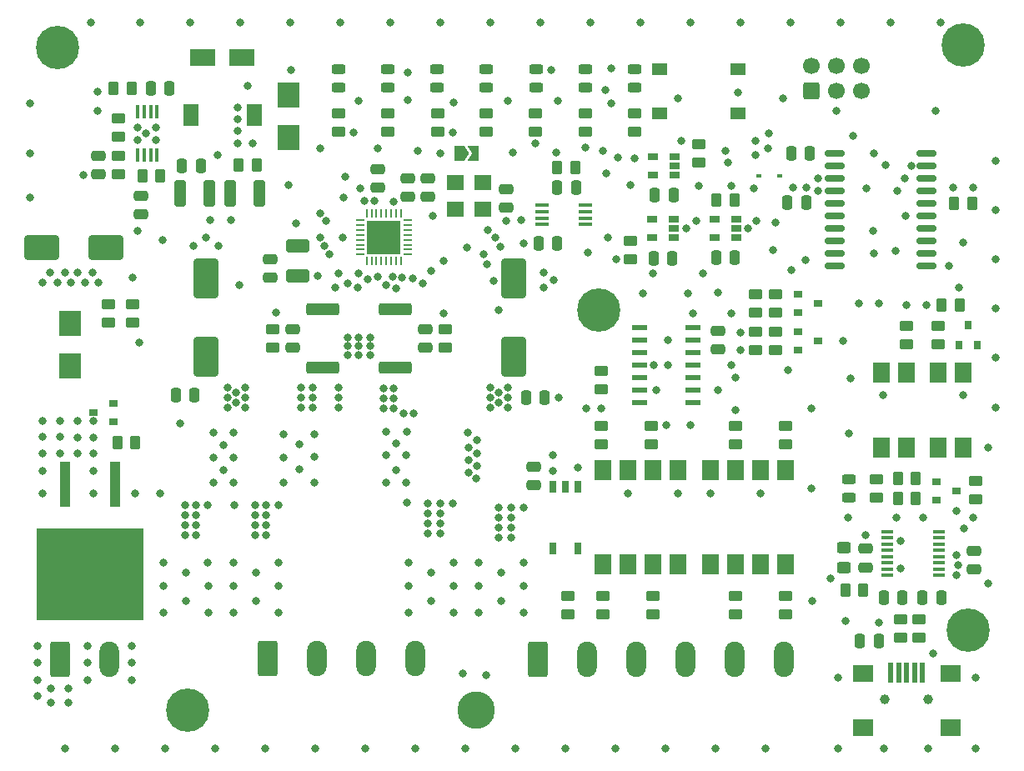
<source format=gbr>
%TF.GenerationSoftware,KiCad,Pcbnew,(6.0.4)*%
%TF.CreationDate,2022-07-31T14:49:55+02:00*%
%TF.ProjectId,HPDriver,48504472-6976-4657-922e-6b696361645f,1.0*%
%TF.SameCoordinates,Original*%
%TF.FileFunction,Soldermask,Top*%
%TF.FilePolarity,Negative*%
%FSLAX46Y46*%
G04 Gerber Fmt 4.6, Leading zero omitted, Abs format (unit mm)*
G04 Created by KiCad (PCBNEW (6.0.4)) date 2022-07-31 14:49:55*
%MOMM*%
%LPD*%
G01*
G04 APERTURE LIST*
G04 Aperture macros list*
%AMRoundRect*
0 Rectangle with rounded corners*
0 $1 Rounding radius*
0 $2 $3 $4 $5 $6 $7 $8 $9 X,Y pos of 4 corners*
0 Add a 4 corners polygon primitive as box body*
4,1,4,$2,$3,$4,$5,$6,$7,$8,$9,$2,$3,0*
0 Add four circle primitives for the rounded corners*
1,1,$1+$1,$2,$3*
1,1,$1+$1,$4,$5*
1,1,$1+$1,$6,$7*
1,1,$1+$1,$8,$9*
0 Add four rect primitives between the rounded corners*
20,1,$1+$1,$2,$3,$4,$5,0*
20,1,$1+$1,$4,$5,$6,$7,0*
20,1,$1+$1,$6,$7,$8,$9,0*
20,1,$1+$1,$8,$9,$2,$3,0*%
%AMFreePoly0*
4,1,6,1.000000,0.000000,0.500000,-0.750000,-0.500000,-0.750000,-0.500000,0.750000,0.500000,0.750000,1.000000,0.000000,1.000000,0.000000,$1*%
%AMFreePoly1*
4,1,6,0.500000,-0.750000,-0.650000,-0.750000,-0.150000,0.000000,-0.650000,0.750000,0.500000,0.750000,0.500000,-0.750000,0.500000,-0.750000,$1*%
G04 Aperture macros list end*
%ADD10RoundRect,0.250000X-0.325000X-1.100000X0.325000X-1.100000X0.325000X1.100000X-0.325000X1.100000X0*%
%ADD11RoundRect,0.250000X0.325000X1.100000X-0.325000X1.100000X-0.325000X-1.100000X0.325000X-1.100000X0*%
%ADD12RoundRect,0.250000X0.925000X-0.412500X0.925000X0.412500X-0.925000X0.412500X-0.925000X-0.412500X0*%
%ADD13RoundRect,0.250000X1.000000X-1.750000X1.000000X1.750000X-1.000000X1.750000X-1.000000X-1.750000X0*%
%ADD14RoundRect,0.250000X1.500000X1.000000X-1.500000X1.000000X-1.500000X-1.000000X1.500000X-1.000000X0*%
%ADD15RoundRect,0.249999X-0.450001X0.325001X-0.450001X-0.325001X0.450001X-0.325001X0.450001X0.325001X0*%
%ADD16RoundRect,0.250000X0.475000X-0.250000X0.475000X0.250000X-0.475000X0.250000X-0.475000X-0.250000X0*%
%ADD17RoundRect,0.250000X-0.475000X0.250000X-0.475000X-0.250000X0.475000X-0.250000X0.475000X0.250000X0*%
%ADD18RoundRect,0.250000X0.250000X0.475000X-0.250000X0.475000X-0.250000X-0.475000X0.250000X-0.475000X0*%
%ADD19RoundRect,0.250000X-0.250000X-0.475000X0.250000X-0.475000X0.250000X0.475000X-0.250000X0.475000X0*%
%ADD20R,2.500000X1.800000*%
%ADD21R,2.300000X2.500000*%
%ADD22RoundRect,0.243750X-0.456250X0.243750X-0.456250X-0.243750X0.456250X-0.243750X0.456250X0.243750X0*%
%ADD23R,0.900000X0.800000*%
%ADD24R,0.600000X0.450000*%
%ADD25RoundRect,0.250000X-0.750000X-1.550000X0.750000X-1.550000X0.750000X1.550000X-0.750000X1.550000X0*%
%ADD26O,2.000000X3.600000*%
%ADD27C,1.000000*%
%ADD28R,0.500000X2.000000*%
%ADD29R,2.000000X1.700000*%
%ADD30R,1.100000X4.600000*%
%ADD31R,10.800000X9.400000*%
%ADD32RoundRect,0.249900X1.425100X-0.362600X1.425100X0.362600X-1.425100X0.362600X-1.425100X-0.362600X0*%
%ADD33RoundRect,0.250000X-0.450000X0.262500X-0.450000X-0.262500X0.450000X-0.262500X0.450000X0.262500X0*%
%ADD34RoundRect,0.250000X-0.262500X-0.450000X0.262500X-0.450000X0.262500X0.450000X-0.262500X0.450000X0*%
%ADD35R,0.450000X1.450000*%
%ADD36RoundRect,0.062500X-0.375000X-0.062500X0.375000X-0.062500X0.375000X0.062500X-0.375000X0.062500X0*%
%ADD37RoundRect,0.062500X-0.062500X-0.375000X0.062500X-0.375000X0.062500X0.375000X-0.062500X0.375000X0*%
%ADD38RoundRect,0.250000X-1.475000X-1.475000X1.475000X-1.475000X1.475000X1.475000X-1.475000X1.475000X0*%
%ADD39R,1.200000X0.400000*%
%ADD40R,1.780000X2.000000*%
%ADD41R,0.800000X1.200000*%
%ADD42R,1.500000X0.600000*%
%ADD43R,1.450000X0.450000*%
%ADD44RoundRect,0.150000X-0.875000X-0.150000X0.875000X-0.150000X0.875000X0.150000X-0.875000X0.150000X0*%
%ADD45R,1.060000X0.650000*%
%ADD46R,0.800000X0.900000*%
%ADD47RoundRect,0.250000X0.450000X-0.262500X0.450000X0.262500X-0.450000X0.262500X-0.450000X-0.262500X0*%
%ADD48RoundRect,0.250000X0.262500X0.450000X-0.262500X0.450000X-0.262500X-0.450000X0.262500X-0.450000X0*%
%ADD49FreePoly0,0.000000*%
%ADD50FreePoly1,0.000000*%
%ADD51R,1.800000X1.540000*%
%ADD52R,1.500000X2.200000*%
%ADD53C,4.400000*%
%ADD54C,3.800000*%
%ADD55RoundRect,0.243750X0.456250X-0.243750X0.456250X0.243750X-0.456250X0.243750X-0.456250X-0.243750X0*%
%ADD56R,1.550000X1.300000*%
%ADD57RoundRect,0.250000X0.600000X-0.600000X0.600000X0.600000X-0.600000X0.600000X-0.600000X-0.600000X0*%
%ADD58C,1.700000*%
%ADD59RoundRect,0.250100X-0.449900X0.262400X-0.449900X-0.262400X0.449900X-0.262400X0.449900X0.262400X0*%
%ADD60C,0.800000*%
G04 APERTURE END LIST*
D10*
X100887000Y-83439000D03*
X103837000Y-83439000D03*
D11*
X108917000Y-83439000D03*
X105967000Y-83439000D03*
D12*
X112776000Y-91834500D03*
X112776000Y-88759500D03*
D13*
X103505000Y-100012000D03*
X103505000Y-92012000D03*
X134747000Y-100012000D03*
X134747000Y-92012000D03*
D14*
X93293000Y-88900000D03*
X86793000Y-88900000D03*
D15*
X168275000Y-119362000D03*
X168275000Y-121412000D03*
D16*
X181483000Y-121600000D03*
X181483000Y-119700000D03*
D17*
X155448000Y-97348000D03*
X155448000Y-99248000D03*
D18*
X164399000Y-84328000D03*
X162499000Y-84328000D03*
D19*
X155260000Y-89916000D03*
X157160000Y-89916000D03*
D20*
X103156000Y-69596000D03*
X107156000Y-69596000D03*
D21*
X111887000Y-77715000D03*
X111887000Y-73415000D03*
D22*
X116967000Y-70817500D03*
X116967000Y-72692500D03*
D23*
X94091000Y-104714000D03*
X92091000Y-105664000D03*
X94091000Y-106614000D03*
D21*
X89662000Y-100956000D03*
X89662000Y-96656000D03*
D22*
X131967000Y-70817500D03*
X131967000Y-72692500D03*
X141967000Y-70817500D03*
X141967000Y-72692500D03*
D24*
X161705000Y-81661000D03*
X159605000Y-81661000D03*
D25*
X88646000Y-130715500D03*
D26*
X93646000Y-130715500D03*
D27*
X176825000Y-134815000D03*
X172425000Y-134815000D03*
D28*
X173025000Y-132115000D03*
X173825000Y-132115000D03*
X174625000Y-132115000D03*
X175425000Y-132115000D03*
X176225000Y-132115000D03*
D29*
X179075000Y-137665000D03*
X170175000Y-132215000D03*
X179075000Y-132215000D03*
X170175000Y-137665000D03*
D25*
X109728000Y-130683000D03*
D26*
X114728000Y-130683000D03*
X119728000Y-130683000D03*
X124728000Y-130683000D03*
D25*
X137160000Y-130715500D03*
D26*
X142160000Y-130715500D03*
X147160000Y-130715500D03*
X152160000Y-130715500D03*
X157160000Y-130715500D03*
X162160000Y-130715500D03*
D23*
X163592000Y-93665000D03*
X163592000Y-95565000D03*
X165592000Y-94615000D03*
D30*
X94234000Y-112970000D03*
D31*
X91694000Y-122120000D03*
D30*
X89154000Y-112970000D03*
D23*
X163592000Y-97475000D03*
X163592000Y-99375000D03*
X165592000Y-98425000D03*
X177689000Y-112715000D03*
X177689000Y-114615000D03*
X179689000Y-113665000D03*
D32*
X115316000Y-101133500D03*
X115316000Y-95208500D03*
X122682000Y-101133500D03*
X122682000Y-95208500D03*
D33*
X143637000Y-101449500D03*
X143637000Y-103274500D03*
D34*
X139159500Y-80772000D03*
X140984500Y-80772000D03*
D35*
X98511000Y-75143000D03*
X97861000Y-75143000D03*
X97211000Y-75143000D03*
X96561000Y-75143000D03*
X96561000Y-79543000D03*
X97211000Y-79543000D03*
X97861000Y-79543000D03*
X98511000Y-79543000D03*
D36*
X119101500Y-86127000D03*
X119101500Y-86627000D03*
X119101500Y-87127000D03*
X119101500Y-87627000D03*
X119101500Y-88127000D03*
X119101500Y-88627000D03*
X119101500Y-89127000D03*
X119101500Y-89627000D03*
D37*
X119789000Y-90314500D03*
X120289000Y-90314500D03*
X120789000Y-90314500D03*
X121289000Y-90314500D03*
X121789000Y-90314500D03*
X122289000Y-90314500D03*
X122789000Y-90314500D03*
X123289000Y-90314500D03*
D36*
X123976500Y-89627000D03*
X123976500Y-89127000D03*
X123976500Y-88627000D03*
X123976500Y-88127000D03*
X123976500Y-87627000D03*
X123976500Y-87127000D03*
X123976500Y-86627000D03*
X123976500Y-86127000D03*
D37*
X123289000Y-85439500D03*
X122789000Y-85439500D03*
X122289000Y-85439500D03*
X121789000Y-85439500D03*
X121289000Y-85439500D03*
X120789000Y-85439500D03*
X120289000Y-85439500D03*
X119789000Y-85439500D03*
D38*
X121539000Y-87877000D03*
D39*
X177860000Y-122237500D03*
X177860000Y-121602500D03*
X177860000Y-120967500D03*
X177860000Y-120332500D03*
X177860000Y-119697500D03*
X177860000Y-119062500D03*
X177860000Y-118427500D03*
X177860000Y-117792500D03*
X172660000Y-117792500D03*
X172660000Y-118427500D03*
X172660000Y-119062500D03*
X172660000Y-119697500D03*
X172660000Y-120332500D03*
X172660000Y-120967500D03*
X172660000Y-121602500D03*
X172660000Y-122237500D03*
D40*
X177800000Y-109220000D03*
X180340000Y-109220000D03*
X180340000Y-101600000D03*
X177800000Y-101600000D03*
X174625000Y-101600000D03*
X172085000Y-101600000D03*
X172085000Y-109220000D03*
X174625000Y-109220000D03*
D41*
X138684000Y-119482000D03*
X141224000Y-119482000D03*
X141224000Y-113182000D03*
X139954000Y-113182000D03*
X138684000Y-113182000D03*
D40*
X143764000Y-121097000D03*
X146304000Y-121097000D03*
X148844000Y-121097000D03*
X151384000Y-121097000D03*
X151384000Y-111567000D03*
X148844000Y-111567000D03*
X146304000Y-111567000D03*
X143764000Y-111567000D03*
X162306000Y-111567000D03*
X159766000Y-111567000D03*
X157226000Y-111567000D03*
X154686000Y-111567000D03*
X154686000Y-121097000D03*
X157226000Y-121097000D03*
X159766000Y-121097000D03*
X162306000Y-121097000D03*
D42*
X147541000Y-97028000D03*
X147541000Y-98298000D03*
X147541000Y-99568000D03*
X147541000Y-100838000D03*
X147541000Y-102108000D03*
X147541000Y-103378000D03*
X147541000Y-104648000D03*
X152941000Y-104648000D03*
X152941000Y-103378000D03*
X152941000Y-102108000D03*
X152941000Y-100838000D03*
X152941000Y-99568000D03*
X152941000Y-98298000D03*
X152941000Y-97028000D03*
D43*
X142027000Y-86573000D03*
X142027000Y-85923000D03*
X142027000Y-85273000D03*
X142027000Y-84623000D03*
X137627000Y-84623000D03*
X137627000Y-85273000D03*
X137627000Y-85923000D03*
X137627000Y-86573000D03*
D44*
X167308000Y-79375000D03*
X167308000Y-80645000D03*
X167308000Y-81915000D03*
X167308000Y-83185000D03*
X167308000Y-84455000D03*
X167308000Y-85725000D03*
X167308000Y-86995000D03*
X167308000Y-88265000D03*
X167308000Y-89535000D03*
X167308000Y-90805000D03*
X176608000Y-90805000D03*
X176608000Y-89535000D03*
X176608000Y-88265000D03*
X176608000Y-86995000D03*
X176608000Y-85725000D03*
X176608000Y-84455000D03*
X176608000Y-83185000D03*
X176608000Y-81915000D03*
X176608000Y-80645000D03*
X176608000Y-79375000D03*
D45*
X151087000Y-81595000D03*
X151087000Y-80645000D03*
X151087000Y-79695000D03*
X148887000Y-79695000D03*
X148887000Y-81595000D03*
X150960000Y-87945000D03*
X150960000Y-86995000D03*
X150960000Y-86045000D03*
X148760000Y-86045000D03*
X148760000Y-87945000D03*
X157310000Y-87945000D03*
X157310000Y-86995000D03*
X157310000Y-86045000D03*
X155110000Y-86045000D03*
X155110000Y-87945000D03*
D46*
X179898000Y-98790000D03*
X181798000Y-98790000D03*
X180848000Y-96790000D03*
D19*
X148910000Y-90043000D03*
X150810000Y-90043000D03*
D33*
X159258000Y-97489000D03*
X159258000Y-99314000D03*
D47*
X136953000Y-77112500D03*
X136953000Y-75287500D03*
X121920000Y-75287500D03*
X121920000Y-77112500D03*
D33*
X173990000Y-128547500D03*
X173990000Y-126722500D03*
D34*
X96289500Y-108712000D03*
X94464500Y-108712000D03*
D47*
X127762000Y-97258500D03*
X127762000Y-99083500D03*
X94615000Y-79605500D03*
X94615000Y-81430500D03*
D48*
X94083500Y-72771000D03*
X95908500Y-72771000D03*
D47*
X94615000Y-75795500D03*
X94615000Y-77620500D03*
X110236000Y-97258500D03*
X110236000Y-99083500D03*
X161290000Y-93702500D03*
X161290000Y-95527500D03*
D34*
X108608500Y-80518000D03*
X106783500Y-80518000D03*
D33*
X175895000Y-128547500D03*
X175895000Y-126722500D03*
D47*
X116967000Y-75287500D03*
X116967000Y-77112500D03*
X146986000Y-75287500D03*
X146986000Y-77112500D03*
D18*
X162880000Y-79375000D03*
X164780000Y-79375000D03*
D16*
X136779000Y-111191000D03*
X136779000Y-113091000D03*
D22*
X146967000Y-72692500D03*
X146967000Y-70817500D03*
D49*
X129196000Y-79375000D03*
D50*
X130646000Y-79375000D03*
D22*
X126967000Y-72692500D03*
X126967000Y-70817500D03*
X121967000Y-72692500D03*
X121967000Y-70817500D03*
D16*
X125730000Y-97221000D03*
X125730000Y-99121000D03*
X112268000Y-97221000D03*
X112268000Y-99121000D03*
D17*
X125984000Y-83754000D03*
X125984000Y-81854000D03*
D16*
X92583000Y-79568000D03*
X92583000Y-81468000D03*
X109982000Y-90109000D03*
X109982000Y-92009000D03*
D18*
X100396000Y-103886000D03*
X102296000Y-103886000D03*
D19*
X178115000Y-124460000D03*
X176215000Y-124460000D03*
X137856000Y-104140000D03*
X135956000Y-104140000D03*
D17*
X170434000Y-121412000D03*
X170434000Y-119512000D03*
D18*
X169865000Y-128905000D03*
X171765000Y-128905000D03*
D16*
X133985000Y-82997000D03*
X133985000Y-84897000D03*
D19*
X101031000Y-80645000D03*
X102931000Y-80645000D03*
D18*
X172278000Y-124460000D03*
X174178000Y-124460000D03*
D51*
X131575000Y-85033000D03*
X131575000Y-82353000D03*
X128775000Y-82353000D03*
X128775000Y-85033000D03*
D52*
X108356000Y-75438000D03*
X101956000Y-75438000D03*
D33*
X181610000Y-114450500D03*
X181610000Y-112625500D03*
D47*
X131953000Y-75287500D03*
X131953000Y-77112500D03*
D53*
X180848000Y-127762000D03*
X143383000Y-95250000D03*
X88392000Y-68580000D03*
X180340000Y-68326000D03*
D47*
X142033000Y-75287500D03*
X142033000Y-77112500D03*
D33*
X143764000Y-126134500D03*
X143764000Y-124309500D03*
X162306000Y-126134500D03*
X162306000Y-124309500D03*
D47*
X148717000Y-107037500D03*
X148717000Y-108862500D03*
D33*
X157226000Y-108862500D03*
X157226000Y-107037500D03*
D47*
X143637000Y-107037500D03*
X143637000Y-108862500D03*
X161290000Y-97489000D03*
X161290000Y-99314000D03*
X177800000Y-96877500D03*
X177800000Y-98702500D03*
D33*
X157226000Y-126134500D03*
X157226000Y-124309500D03*
X174625000Y-98702500D03*
X174625000Y-96877500D03*
D34*
X175537500Y-114427000D03*
X173712500Y-114427000D03*
D33*
X162306000Y-108862500D03*
X162306000Y-107037500D03*
D34*
X175537500Y-112395000D03*
X173712500Y-112395000D03*
D48*
X178157500Y-94742000D03*
X179982500Y-94742000D03*
D33*
X140208000Y-126134500D03*
X140208000Y-124309500D03*
D19*
X99756000Y-72771000D03*
X97856000Y-72771000D03*
D53*
X101600000Y-135890000D03*
D54*
X130937000Y-135890000D03*
D47*
X127000000Y-75287500D03*
X127000000Y-77112500D03*
D33*
X148844000Y-126134500D03*
X148844000Y-124309500D03*
D55*
X168783000Y-112473500D03*
X168783000Y-114348500D03*
D47*
X171577000Y-112498500D03*
X171577000Y-114323500D03*
D16*
X120904000Y-80965000D03*
X120904000Y-82865000D03*
X123952000Y-81854000D03*
X123952000Y-83754000D03*
D34*
X98853000Y-81661000D03*
X97028000Y-81661000D03*
D17*
X96901000Y-85532000D03*
X96901000Y-83632000D03*
D19*
X150937000Y-83566000D03*
X149037000Y-83566000D03*
D33*
X146558000Y-90066500D03*
X146558000Y-88241500D03*
D34*
X157122500Y-84074000D03*
X155297500Y-84074000D03*
D19*
X141031000Y-82804000D03*
X139131000Y-82804000D03*
X139126000Y-88519000D03*
X137226000Y-88519000D03*
D33*
X153543000Y-80287500D03*
X153543000Y-78462500D03*
D47*
X159258000Y-93702500D03*
X159258000Y-95527500D03*
D48*
X179427500Y-84455000D03*
X181252500Y-84455000D03*
D56*
X149568000Y-75275000D03*
X157518000Y-75275000D03*
X157518000Y-70775000D03*
X149568000Y-70775000D03*
D57*
X164973000Y-73025000D03*
D58*
X164973000Y-70485000D03*
X167513000Y-73025000D03*
X167513000Y-70485000D03*
X170053000Y-73025000D03*
X170053000Y-70485000D03*
D47*
X96012000Y-94718500D03*
X96012000Y-96543500D03*
D59*
X93599000Y-96543500D03*
D33*
X93599000Y-94718500D03*
D48*
X168378500Y-123698000D03*
X170203500Y-123698000D03*
D22*
X136967000Y-72692500D03*
X136967000Y-70817500D03*
D60*
X121539000Y-87877000D03*
X104648000Y-79502000D03*
X117856000Y-98933000D03*
X141224000Y-111252000D03*
X120142000Y-98933000D03*
X154686000Y-113919000D03*
X159766000Y-113919000D03*
X120142000Y-98044000D03*
X117856000Y-99822000D03*
X96520000Y-76708000D03*
X103886000Y-86106000D03*
X118999000Y-99822000D03*
X98425000Y-76708000D03*
X120142000Y-99822000D03*
X118999000Y-98933000D03*
X117856000Y-98044000D03*
X86360000Y-131064000D03*
X92456000Y-75057000D03*
X106045000Y-86106000D03*
X118999000Y-98044000D03*
X151384000Y-113919000D03*
X146304000Y-113919000D03*
X183642000Y-80137000D03*
X89154000Y-139827000D03*
X94234000Y-139827000D03*
X99314000Y-139827000D03*
X104394000Y-139827000D03*
X109474000Y-139827000D03*
X114554000Y-139827000D03*
X119634000Y-139827000D03*
X124714000Y-139827000D03*
X129794000Y-139827000D03*
X134874000Y-139827000D03*
X139954000Y-139827000D03*
X145034000Y-139827000D03*
X150114000Y-139827000D03*
X155194000Y-139827000D03*
X160274000Y-139827000D03*
X96774000Y-66040000D03*
X101854000Y-66040000D03*
X106934000Y-66040000D03*
X112014000Y-66040000D03*
X117094000Y-66040000D03*
X122174000Y-66040000D03*
X127254000Y-66040000D03*
X132334000Y-66040000D03*
X137414000Y-66040000D03*
X142494000Y-66040000D03*
X147574000Y-66040000D03*
X152654000Y-66040000D03*
X157734000Y-66040000D03*
X162814000Y-66040000D03*
X167894000Y-66040000D03*
X172974000Y-66040000D03*
X178054000Y-66040000D03*
X183642000Y-85137000D03*
X183642000Y-90137000D03*
X183642000Y-95137000D03*
X183642000Y-100137000D03*
X183642000Y-105137000D03*
X85598000Y-79375000D03*
X85598000Y-83820000D03*
X85598000Y-74295000D03*
X91821000Y-66040000D03*
X134112000Y-74041000D03*
X171831000Y-94615000D03*
X157480000Y-73152000D03*
X121793000Y-92710000D03*
X177546000Y-75057000D03*
X150368000Y-100838000D03*
X137795000Y-91440000D03*
X117475000Y-83820000D03*
X147828000Y-93599000D03*
X139192000Y-74041000D03*
X86360000Y-132842000D03*
X118999000Y-74041000D03*
X86868000Y-92456000D03*
X87757000Y-133731000D03*
X100838000Y-106807000D03*
X102235000Y-88773000D03*
X97409000Y-77343000D03*
X171196000Y-87249000D03*
X180340000Y-88392000D03*
X163068000Y-82804000D03*
X91186000Y-92456000D03*
X151765000Y-78105000D03*
X89154000Y-91440000D03*
X143764000Y-79121000D03*
X152654000Y-106934000D03*
X169164000Y-77597000D03*
X96520000Y-87249000D03*
X117856000Y-92583000D03*
X86360000Y-134493000D03*
X137795000Y-92964000D03*
X107696000Y-72517000D03*
X115062000Y-78867000D03*
X127254000Y-79375000D03*
X116586000Y-92964000D03*
X122682000Y-86741000D03*
X98425000Y-77978000D03*
X111823500Y-82550000D03*
X162941000Y-91186000D03*
X120904000Y-78867000D03*
X138811000Y-92202000D03*
X123888500Y-114871500D03*
X164973000Y-105283000D03*
X162560000Y-101346000D03*
X92583000Y-92456000D03*
X87757000Y-135128000D03*
X120523000Y-86741000D03*
X92456000Y-73088500D03*
X167513000Y-75057000D03*
X159385000Y-86233000D03*
X152400000Y-93599000D03*
X156210000Y-79121000D03*
X88392000Y-92456000D03*
X106362500Y-115062000D03*
X90424000Y-91440000D03*
X89789000Y-92456000D03*
X89535000Y-135128000D03*
X126369299Y-91317299D03*
X161036000Y-89154000D03*
X86360000Y-129413000D03*
X123952000Y-71120000D03*
X125490286Y-92585424D03*
X164973000Y-113411000D03*
X135445500Y-86106000D03*
X96520000Y-77978000D03*
X120523000Y-88900000D03*
X91948000Y-91440000D03*
X134620000Y-79311500D03*
X139319006Y-104140000D03*
X112141000Y-70866000D03*
X165036500Y-124841000D03*
X180340000Y-103886000D03*
X118872000Y-92964000D03*
X122809000Y-93091000D03*
X87630000Y-91440000D03*
X104775000Y-88773000D03*
X89535000Y-133731000D03*
X144272000Y-87947500D03*
X153289000Y-86233000D03*
X103505000Y-87884000D03*
X138684000Y-109982000D03*
X133223000Y-95250000D03*
X122682000Y-88900000D03*
X142113000Y-105283000D03*
X172212000Y-103886000D03*
X151384000Y-73787000D03*
X144018000Y-72898000D03*
X132715000Y-92329000D03*
X132334000Y-105156000D03*
X107442000Y-103124000D03*
X105664000Y-105156000D03*
X107442000Y-104140000D03*
X133223000Y-116332000D03*
X106553000Y-103632000D03*
X107442000Y-105156000D03*
X134112000Y-105156000D03*
X133223000Y-118364000D03*
X134493000Y-115316000D03*
X134493000Y-116332000D03*
X134112000Y-103124000D03*
X135763000Y-115316000D03*
X134112000Y-104140000D03*
X133223000Y-104648000D03*
X133223000Y-103632000D03*
X86868000Y-106553000D03*
X133223000Y-117348000D03*
X132334000Y-104140000D03*
X132334000Y-103124000D03*
X134493000Y-117348000D03*
X134493000Y-118364000D03*
X133223000Y-115316000D03*
X106553000Y-104648000D03*
X105664000Y-104140000D03*
X105664000Y-103124000D03*
X88646000Y-106553000D03*
X92075000Y-106553000D03*
X86868000Y-108180000D03*
X88646000Y-108180000D03*
X86868000Y-109855000D03*
X88646000Y-109855000D03*
X86868000Y-111633000D03*
X92075000Y-111633000D03*
X86868000Y-113895000D03*
X92075000Y-113895000D03*
X101346000Y-117094000D03*
X102489000Y-115062000D03*
X124968000Y-79121000D03*
X102489000Y-118110000D03*
X99060000Y-88138000D03*
X102489000Y-116078000D03*
X90424000Y-106553000D03*
X96748600Y-98552000D03*
X103632000Y-115062000D03*
X101346000Y-118110000D03*
X90424000Y-108204000D03*
X92075000Y-108204000D03*
X102489000Y-117094000D03*
X90424000Y-109855000D03*
X92075000Y-109855000D03*
X101346000Y-116078000D03*
X101346000Y-115062000D03*
X91059000Y-81534000D03*
X108204000Y-78359000D03*
X144653000Y-74295000D03*
X106680000Y-78359000D03*
X153923990Y-91567000D03*
X176657000Y-94742000D03*
X106680000Y-74676000D03*
X143636998Y-105283000D03*
X106680000Y-75882500D03*
X181356000Y-82804000D03*
X152908000Y-95631000D03*
X119126000Y-82931000D03*
X146982577Y-79902923D03*
X133985000Y-86232998D03*
X136906000Y-78359000D03*
X139065000Y-79248000D03*
X129540000Y-132207000D03*
X150241000Y-106933996D03*
X118491000Y-77216000D03*
X106680000Y-77089000D03*
X171323000Y-79375000D03*
X135763000Y-88519000D03*
X138684000Y-111633000D03*
X106902989Y-92734851D03*
X148835000Y-91558000D03*
X128524000Y-77216000D03*
X114808000Y-91821000D03*
X116967000Y-91567000D03*
X108458000Y-115062000D03*
X113157000Y-104140000D03*
X116967000Y-104140000D03*
X116967000Y-105156000D03*
X108458000Y-116078000D03*
X109601000Y-118110000D03*
X109601000Y-117094000D03*
X113157000Y-103124000D03*
X108458000Y-118110000D03*
X114300000Y-103124000D03*
X109601000Y-116078000D03*
X114300000Y-104140000D03*
X113157000Y-105156000D03*
X108458000Y-117094000D03*
X116967000Y-103124000D03*
X110871000Y-115062000D03*
X114300000Y-105156000D03*
X109601000Y-115062000D03*
X127254000Y-117983000D03*
X125984000Y-114935000D03*
X125984000Y-117983000D03*
X125984000Y-116967000D03*
X122555000Y-105283000D03*
X123571000Y-105791000D03*
X121539000Y-105283000D03*
X125984000Y-115951000D03*
X127254000Y-115951000D03*
X121539000Y-103251000D03*
X122555000Y-103251000D03*
X121539000Y-104267000D03*
X124587000Y-105791000D03*
X127254000Y-114935000D03*
X127254000Y-116967000D03*
X122555000Y-104267000D03*
X128524000Y-114935000D03*
X181610000Y-132588000D03*
X168783000Y-107823000D03*
X176276000Y-116332000D03*
X167640000Y-132588000D03*
X182880000Y-109220000D03*
X172339000Y-139827000D03*
X176784000Y-139827000D03*
X181610000Y-139827000D03*
X167640000Y-139827000D03*
X168402000Y-126873000D03*
X177292000Y-130175000D03*
X182880000Y-123063000D03*
X166878000Y-122555000D03*
X180467000Y-117475000D03*
X173990000Y-118745000D03*
X159262660Y-78100340D03*
X144653000Y-70739000D03*
X169799000Y-94615000D03*
X159258431Y-79555011D03*
X168148000Y-98425000D03*
X128651000Y-74168000D03*
X87630000Y-118745000D03*
X90678000Y-118745000D03*
X93472000Y-118745000D03*
X96012000Y-118745000D03*
X87630000Y-121317000D03*
X90678000Y-121253000D03*
X93472000Y-121253000D03*
X96012000Y-121253000D03*
X87630000Y-123603000D03*
X90678000Y-123507000D03*
X93472000Y-123507000D03*
X96012000Y-123603000D03*
X87630000Y-125889000D03*
X90678000Y-125889000D03*
X93472000Y-125761000D03*
X96012000Y-125761000D03*
X95948500Y-132842000D03*
X91440000Y-131064000D03*
X91440000Y-129413000D03*
X95961200Y-129413000D03*
X95948500Y-131064000D03*
X91439995Y-132842005D03*
X128651000Y-120904000D03*
X128651000Y-125984000D03*
X133477000Y-121920000D03*
X131191000Y-120904000D03*
X128651000Y-123317000D03*
X131191000Y-125984000D03*
X126365000Y-124841000D03*
X124079000Y-125984000D03*
X124079001Y-123317001D03*
X135763000Y-120904000D03*
X131191000Y-123317000D03*
X126365000Y-121920000D03*
X124079000Y-120904000D03*
X135763000Y-125984000D03*
X133477000Y-124841000D03*
X135763000Y-123317000D03*
X133350000Y-88836500D03*
X122745500Y-108839000D03*
X122745500Y-111506000D03*
X131000500Y-109855000D03*
X131000500Y-111125000D03*
X121729500Y-107632500D03*
X123888500Y-107632500D03*
X130111500Y-110490000D03*
X123825000Y-110045500D03*
X123825000Y-112839500D03*
X121729500Y-112839500D03*
X131000500Y-108458000D03*
X131699000Y-89576721D03*
X130048000Y-107759500D03*
X130111500Y-109220000D03*
X130937000Y-112395000D03*
X130111500Y-111760000D03*
X121729500Y-110045500D03*
X106235500Y-112776000D03*
X112966500Y-111442500D03*
X106299000Y-107696000D03*
X111379000Y-110236000D03*
X114490500Y-112839500D03*
X106235500Y-110236000D03*
X112966500Y-108902500D03*
X111379000Y-107886500D03*
X111315500Y-112776000D03*
X104267000Y-112776000D03*
X104267000Y-110236000D03*
X105283000Y-108966000D03*
X112644701Y-86482701D03*
X114490500Y-110172500D03*
X105283000Y-111506000D03*
X114490500Y-107886500D03*
X104267000Y-107696000D03*
X110871000Y-125984000D03*
X103759000Y-125984000D03*
X106299000Y-125984000D03*
X106299000Y-123317000D03*
X106299000Y-120904000D03*
X101473000Y-124841000D03*
X108585000Y-124841000D03*
X103759000Y-123317000D03*
X99187000Y-123317000D03*
X99187000Y-120904000D03*
X99187000Y-125984000D03*
X110871000Y-120904000D03*
X110871000Y-123317000D03*
X108585000Y-121920000D03*
X101473000Y-121920000D03*
X103632000Y-120904000D03*
X117368013Y-87883466D03*
X179324000Y-82804000D03*
X173682980Y-83185000D03*
X118999000Y-91567000D03*
X120957137Y-91843715D03*
X175133000Y-80645000D03*
X174407990Y-81915000D03*
X119888000Y-92116579D03*
X126492000Y-85725000D03*
X124504561Y-92075000D03*
X179684150Y-120184110D03*
X179705000Y-115697000D03*
X173482000Y-89281000D03*
X179958996Y-92964000D03*
X116047009Y-89616708D03*
X110591032Y-95504000D03*
X127635003Y-95631003D03*
X127635000Y-90297000D03*
X156854006Y-95640000D03*
X156845000Y-82677000D03*
X122513500Y-84241112D03*
X156845000Y-100838000D03*
X174625000Y-94741990D03*
X171323000Y-89535000D03*
X150368004Y-98298000D03*
X158496000Y-86995000D03*
X148971004Y-100838000D03*
X152273006Y-86995000D03*
X174498000Y-85725000D03*
X122409276Y-91877182D03*
X115662737Y-86244459D03*
X115062000Y-87884000D03*
X132016500Y-90614500D03*
X132842000Y-87884000D03*
X115059265Y-85445032D03*
X115482328Y-88791385D03*
X129984500Y-88900000D03*
X132080000Y-87185500D03*
X141986000Y-78739994D03*
X172466000Y-80518000D03*
X173609000Y-116332000D03*
X179826026Y-121174006D03*
X179705000Y-122174000D03*
X181355996Y-116332000D03*
X157226000Y-102108000D03*
X157226000Y-105409988D03*
X131953000Y-132334000D03*
X165608000Y-83185000D03*
X98806000Y-113919000D03*
X117634339Y-81693339D03*
X165608000Y-81915000D03*
X96266000Y-113919000D03*
X171831008Y-127000000D03*
X170434000Y-118110000D03*
X157734000Y-99314000D03*
X149225008Y-103378000D03*
X138557000Y-70866000D03*
X160655000Y-77343000D03*
X170561000Y-82931000D03*
X173990000Y-121539000D03*
X168656000Y-116332000D03*
X155448000Y-93472000D03*
X155448008Y-103378000D03*
X168910000Y-102235000D03*
X160528000Y-78830010D03*
X123952000Y-73914000D03*
X156464000Y-80264000D03*
X164338000Y-90170000D03*
X145161000Y-90106488D03*
X164465000Y-82804004D03*
X96012000Y-91948000D03*
X162052000Y-73787000D03*
X157734000Y-97536010D03*
X159131000Y-82931000D03*
X161290000Y-86360000D03*
X178943000Y-90805000D03*
X146558000Y-82550000D03*
X120563990Y-84162607D03*
X153543000Y-82691946D03*
X144095050Y-81352935D03*
X119564855Y-84204493D03*
X145288000Y-79756000D03*
X142240000Y-89408000D03*
X123402500Y-91989033D03*
M02*

</source>
